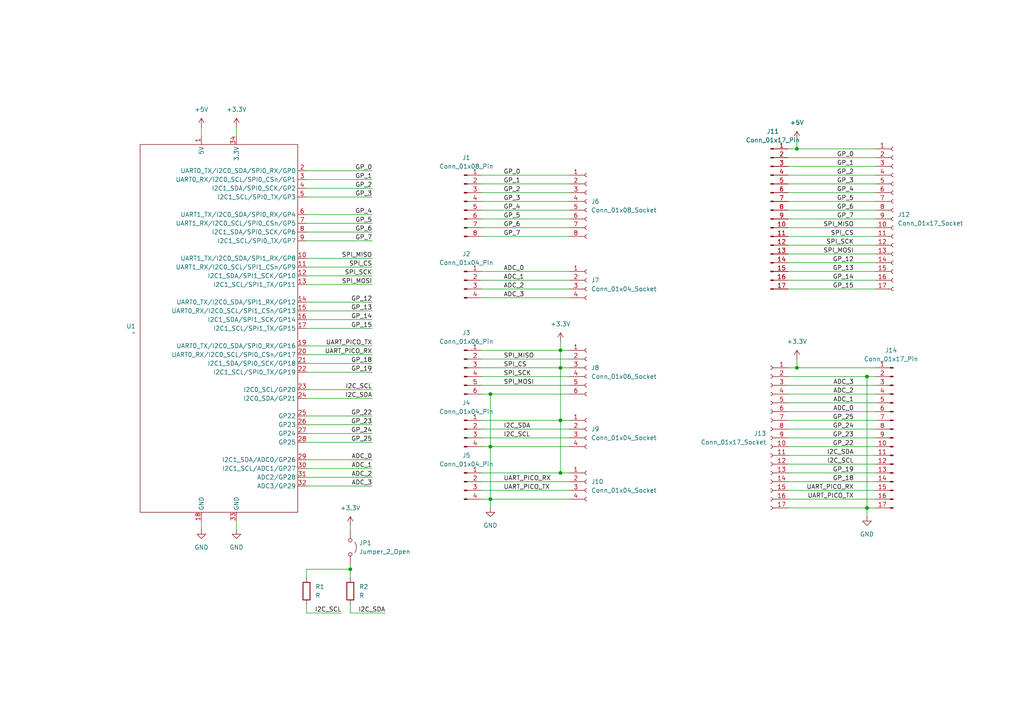
<source format=kicad_sch>
(kicad_sch (version 20231120) (generator "eeschema") (generator_version "8.0")
  (paper "A4")
  (lib_symbols
    (symbol "Connector:Conn_01x04_Pin" (pin_names (offset 1.016) hide)
      (property "Reference" "J" (at 0 5.08 0))
      (property "Value" "Conn_01x04_Pin" (at 0 -7.62 0))
      (symbol "Conn_01x04_Pin_1_1"
        (polyline (pts (xy 1.27 -5.08) (xy 0.8636 -5.08)) (stroke (width 0.1524)))
        (polyline (pts (xy 1.27 -2.54) (xy 0.8636 -2.54)) (stroke (width 0.1524)))
        (polyline (pts (xy 1.27 0) (xy 0.8636 0)) (stroke (width 0.1524)))
        (polyline (pts (xy 1.27 2.54) (xy 0.8636 2.54)) (stroke (width 0.1524)))
        (rectangle (start 0.8636 -4.953) (end 0 -5.207) (stroke (width 0.1524)) (fill (type outline)))
        (rectangle (start 0.8636 -2.413) (end 0 -2.667) (stroke (width 0.1524)) (fill (type outline)))
        (rectangle (start 0.8636 0.127) (end 0 -0.127) (stroke (width 0.1524)) (fill (type outline)))
        (rectangle (start 0.8636 2.667) (end 0 2.413) (stroke (width 0.1524)) (fill (type outline)))
        (pin passive line (at 5.08 2.54 180) (length 3.81) (name "Pin_1") (number "1"))
        (pin passive line (at 5.08 0 180) (length 3.81) (name "Pin_2") (number "2"))
        (pin passive line (at 5.08 -2.54 180) (length 3.81) (name "Pin_3") (number "3"))
        (pin passive line (at 5.08 -5.08 180) (length 3.81) (name "Pin_4") (number "4"))
      )
    )
    (symbol "Connector:Conn_01x04_Socket" (pin_names (offset 1.016) hide)
      (property "Reference" "J" (at 0 5.08 0))
      (property "Value" "Conn_01x04_Socket" (at 0 -7.62 0))
      (symbol "Conn_01x04_Socket_1_1"
        (arc (start 0 -4.572) (mid -0.5058 -5.08) (end 0 -5.588) (stroke (width 0.1524)))
        (arc (start 0 -2.032) (mid -0.5058 -2.54) (end 0 -3.048) (stroke (width 0.1524)))
        (polyline (pts (xy -1.27 -5.08) (xy -0.508 -5.08)) (stroke (width 0.1524)))
        (polyline (pts (xy -1.27 -2.54) (xy -0.508 -2.54)) (stroke (width 0.1524)))
        (polyline (pts (xy -1.27 0) (xy -0.508 0)) (stroke (width 0.1524)))
        (polyline (pts (xy -1.27 2.54) (xy -0.508 2.54)) (stroke (width 0.1524)))
        (arc (start 0 0.508) (mid -0.5058 0) (end 0 -0.508) (stroke (width 0.1524)))
        (arc (start 0 3.048) (mid -0.5058 2.54) (end 0 2.032) (stroke (width 0.1524)))
        (pin passive line (at -5.08 2.54 0) (length 3.81) (name "Pin_1") (number "1"))
        (pin passive line (at -5.08 0 0) (length 3.81) (name "Pin_2") (number "2"))
        (pin passive line (at -5.08 -2.54 0) (length 3.81) (name "Pin_3") (number "3"))
        (pin passive line (at -5.08 -5.08 0) (length 3.81) (name "Pin_4") (number "4"))
      )
    )
    (symbol "Connector:Conn_01x06_Pin" (pin_names (offset 1.016) hide)
      (property "Reference" "J" (at 0 7.62 0))
      (property "Value" "Conn_01x06_Pin" (at 0 -10.16 0))
      (symbol "Conn_01x06_Pin_1_1"
        (polyline (pts (xy 1.27 -7.62) (xy 0.8636 -7.62)) (stroke (width 0.1524)))
        (polyline (pts (xy 1.27 -5.08) (xy 0.8636 -5.08)) (stroke (width 0.1524)))
        (polyline (pts (xy 1.27 -2.54) (xy 0.8636 -2.54)) (stroke (width 0.1524)))
        (polyline (pts (xy 1.27 0) (xy 0.8636 0)) (stroke (width 0.1524)))
        (polyline (pts (xy 1.27 2.54) (xy 0.8636 2.54)) (stroke (width 0.1524)))
        (polyline (pts (xy 1.27 5.08) (xy 0.8636 5.08)) (stroke (width 0.1524)))
        (rectangle (start 0.8636 -7.493) (end 0 -7.747) (stroke (width 0.1524)) (fill (type outline)))
        (rectangle (start 0.8636 -4.953) (end 0 -5.207) (stroke (width 0.1524)) (fill (type outline)))
        (rectangle (start 0.8636 -2.413) (end 0 -2.667) (stroke (width 0.1524)) (fill (type outline)))
        (rectangle (start 0.8636 0.127) (end 0 -0.127) (stroke (width 0.1524)) (fill (type outline)))
        (rectangle (start 0.8636 2.667) (end 0 2.413) (stroke (width 0.1524)) (fill (type outline)))
        (rectangle (start 0.8636 5.207) (end 0 4.953) (stroke (width 0.1524)) (fill (type outline)))
        (pin passive line (at 5.08 5.08 180) (length 3.81) (name "Pin_1") (number "1"))
        (pin passive line (at 5.08 2.54 180) (length 3.81) (name "Pin_2") (number "2"))
        (pin passive line (at 5.08 0 180) (length 3.81) (name "Pin_3") (number "3"))
        (pin passive line (at 5.08 -2.54 180) (length 3.81) (name "Pin_4") (number "4"))
        (pin passive line (at 5.08 -5.08 180) (length 3.81) (name "Pin_5") (number "5"))
        (pin passive line (at 5.08 -7.62 180) (length 3.81) (name "Pin_6") (number "6"))
      )
    )
    (symbol "Connector:Conn_01x06_Socket" (pin_names (offset 1.016) hide)
      (property "Reference" "J" (at 0 7.62 0))
      (property "Value" "Conn_01x06_Socket" (at 0 -10.16 0))
      (symbol "Conn_01x06_Socket_1_1"
        (arc (start 0 -7.112) (mid -0.5058 -7.62) (end 0 -8.128) (stroke (width 0.1524)))
        (arc (start 0 -4.572) (mid -0.5058 -5.08) (end 0 -5.588) (stroke (width 0.1524)))
        (arc (start 0 -2.032) (mid -0.5058 -2.54) (end 0 -3.048) (stroke (width 0.1524)))
        (polyline (pts (xy -1.27 -7.62) (xy -0.508 -7.62)) (stroke (width 0.1524)))
        (polyline (pts (xy -1.27 -5.08) (xy -0.508 -5.08)) (stroke (width 0.1524)))
        (polyline (pts (xy -1.27 -2.54) (xy -0.508 -2.54)) (stroke (width 0.1524)))
        (polyline (pts (xy -1.27 0) (xy -0.508 0)) (stroke (width 0.1524)))
        (polyline (pts (xy -1.27 2.54) (xy -0.508 2.54)) (stroke (width 0.1524)))
        (polyline (pts (xy -1.27 5.08) (xy -0.508 5.08)) (stroke (width 0.1524)))
        (arc (start 0 0.508) (mid -0.5058 0) (end 0 -0.508) (stroke (width 0.1524)))
        (arc (start 0 3.048) (mid -0.5058 2.54) (end 0 2.032) (stroke (width 0.1524)))
        (arc (start 0 5.588) (mid -0.5058 5.08) (end 0 4.572) (stroke (width 0.1524)))
        (pin passive line (at -5.08 5.08 0) (length 3.81) (name "Pin_1") (number "1"))
        (pin passive line (at -5.08 2.54 0) (length 3.81) (name "Pin_2") (number "2"))
        (pin passive line (at -5.08 0 0) (length 3.81) (name "Pin_3") (number "3"))
        (pin passive line (at -5.08 -2.54 0) (length 3.81) (name "Pin_4") (number "4"))
        (pin passive line (at -5.08 -5.08 0) (length 3.81) (name "Pin_5") (number "5"))
        (pin passive line (at -5.08 -7.62 0) (length 3.81) (name "Pin_6") (number "6"))
      )
    )
    (symbol "Connector:Conn_01x08_Pin" (pin_names (offset 1.016) hide)
      (property "Reference" "J" (at 0 10.16 0))
      (property "Value" "Conn_01x08_Pin" (at 0 -12.7 0))
      (symbol "Conn_01x08_Pin_1_1"
        (polyline (pts (xy 1.27 -10.16) (xy 0.8636 -10.16)) (stroke (width 0.1524)))
        (polyline (pts (xy 1.27 -7.62) (xy 0.8636 -7.62)) (stroke (width 0.1524)))
        (polyline (pts (xy 1.27 -5.08) (xy 0.8636 -5.08)) (stroke (width 0.1524)))
        (polyline (pts (xy 1.27 -2.54) (xy 0.8636 -2.54)) (stroke (width 0.1524)))
        (polyline (pts (xy 1.27 0) (xy 0.8636 0)) (stroke (width 0.1524)))
        (polyline (pts (xy 1.27 2.54) (xy 0.8636 2.54)) (stroke (width 0.1524)))
        (polyline (pts (xy 1.27 5.08) (xy 0.8636 5.08)) (stroke (width 0.1524)))
        (polyline (pts (xy 1.27 7.62) (xy 0.8636 7.62)) (stroke (width 0.1524)))
        (rectangle (start 0.8636 -10.033) (end 0 -10.287) (stroke (width 0.1524)) (fill (type outline)))
        (rectangle (start 0.8636 -7.493) (end 0 -7.747) (stroke (width 0.1524)) (fill (type outline)))
        (rectangle (start 0.8636 -4.953) (end 0 -5.207) (stroke (width 0.1524)) (fill (type outline)))
        (rectangle (start 0.8636 -2.413) (end 0 -2.667) (stroke (width 0.1524)) (fill (type outline)))
        (rectangle (start 0.8636 0.127) (end 0 -0.127) (stroke (width 0.1524)) (fill (type outline)))
        (rectangle (start 0.8636 2.667) (end 0 2.413) (stroke (width 0.1524)) (fill (type outline)))
        (rectangle (start 0.8636 5.207) (end 0 4.953) (stroke (width 0.1524)) (fill (type outline)))
        (rectangle (start 0.8636 7.747) (end 0 7.493) (stroke (width 0.1524)) (fill (type outline)))
        (pin passive line (at 5.08 7.62 180) (length 3.81) (name "Pin_1") (number "1"))
        (pin passive line (at 5.08 5.08 180) (length 3.81) (name "Pin_2") (number "2"))
        (pin passive line (at 5.08 2.54 180) (length 3.81) (name "Pin_3") (number "3"))
        (pin passive line (at 5.08 0 180) (length 3.81) (name "Pin_4") (number "4"))
        (pin passive line (at 5.08 -2.54 180) (length 3.81) (name "Pin_5") (number "5"))
        (pin passive line (at 5.08 -5.08 180) (length 3.81) (name "Pin_6") (number "6"))
        (pin passive line (at 5.08 -7.62 180) (length 3.81) (name "Pin_7") (number "7"))
        (pin passive line (at 5.08 -10.16 180) (length 3.81) (name "Pin_8") (number "8"))
      )
    )
    (symbol "Connector:Conn_01x08_Socket" (pin_names (offset 1.016) hide)
      (property "Reference" "J" (at 0 10.16 0))
      (property "Value" "Conn_01x08_Socket" (at 0 -12.7 0))
      (symbol "Conn_01x08_Socket_1_1"
        (arc (start 0 -9.652) (mid -0.5058 -10.16) (end 0 -10.668) (stroke (width 0.1524)))
        (arc (start 0 -7.112) (mid -0.5058 -7.62) (end 0 -8.128) (stroke (width 0.1524)))
        (arc (start 0 -4.572) (mid -0.5058 -5.08) (end 0 -5.588) (stroke (width 0.1524)))
        (arc (start 0 -2.032) (mid -0.5058 -2.54) (end 0 -3.048) (stroke (width 0.1524)))
        (polyline (pts (xy -1.27 -10.16) (xy -0.508 -10.16)) (stroke (width 0.1524)))
        (polyline (pts (xy -1.27 -7.62) (xy -0.508 -7.62)) (stroke (width 0.1524)))
        (polyline (pts (xy -1.27 -5.08) (xy -0.508 -5.08)) (stroke (width 0.1524)))
        (polyline (pts (xy -1.27 -2.54) (xy -0.508 -2.54)) (stroke (width 0.1524)))
        (polyline (pts (xy -1.27 0) (xy -0.508 0)) (stroke (width 0.1524)))
        (polyline (pts (xy -1.27 2.54) (xy -0.508 2.54)) (stroke (width 0.1524)))
        (polyline (pts (xy -1.27 5.08) (xy -0.508 5.08)) (stroke (width 0.1524)))
        (polyline (pts (xy -1.27 7.62) (xy -0.508 7.62)) (stroke (width 0.1524)))
        (arc (start 0 0.508) (mid -0.5058 0) (end 0 -0.508) (stroke (width 0.1524)))
        (arc (start 0 3.048) (mid -0.5058 2.54) (end 0 2.032) (stroke (width 0.1524)))
        (arc (start 0 5.588) (mid -0.5058 5.08) (end 0 4.572) (stroke (width 0.1524)))
        (arc (start 0 8.128) (mid -0.5058 7.62) (end 0 7.112) (stroke (width 0.1524)))
        (pin passive line (at -5.08 7.62 0) (length 3.81) (name "Pin_1") (number "1"))
        (pin passive line (at -5.08 5.08 0) (length 3.81) (name "Pin_2") (number "2"))
        (pin passive line (at -5.08 2.54 0) (length 3.81) (name "Pin_3") (number "3"))
        (pin passive line (at -5.08 0 0) (length 3.81) (name "Pin_4") (number "4"))
        (pin passive line (at -5.08 -2.54 0) (length 3.81) (name "Pin_5") (number "5"))
        (pin passive line (at -5.08 -5.08 0) (length 3.81) (name "Pin_6") (number "6"))
        (pin passive line (at -5.08 -7.62 0) (length 3.81) (name "Pin_7") (number "7"))
        (pin passive line (at -5.08 -10.16 0) (length 3.81) (name "Pin_8") (number "8"))
      )
    )
    (symbol "Connector:Conn_01x17_Pin" (pin_names (offset 1.016) hide)
      (property "Reference" "J" (at 0 22.86 0))
      (property "Value" "Conn_01x17_Pin" (at 0 -22.86 0))
      (symbol "Conn_01x17_Pin_1_1"
        (polyline (pts (xy 1.27 -20.32) (xy 0.8636 -20.32)) (stroke (width 0.1524)))
        (polyline (pts (xy 1.27 -17.78) (xy 0.8636 -17.78)) (stroke (width 0.1524)))
        (polyline (pts (xy 1.27 -15.24) (xy 0.8636 -15.24)) (stroke (width 0.1524)))
        (polyline (pts (xy 1.27 -12.7) (xy 0.8636 -12.7)) (stroke (width 0.1524)))
        (polyline (pts (xy 1.27 -10.16) (xy 0.8636 -10.16)) (stroke (width 0.1524)))
        (polyline (pts (xy 1.27 -7.62) (xy 0.8636 -7.62)) (stroke (width 0.1524)))
        (polyline (pts (xy 1.27 -5.08) (xy 0.8636 -5.08)) (stroke (width 0.1524)))
        (polyline (pts (xy 1.27 -2.54) (xy 0.8636 -2.54)) (stroke (width 0.1524)))
        (polyline (pts (xy 1.27 0) (xy 0.8636 0)) (stroke (width 0.1524)))
        (polyline (pts (xy 1.27 2.54) (xy 0.8636 2.54)) (stroke (width 0.1524)))
        (polyline (pts (xy 1.27 5.08) (xy 0.8636 5.08)) (stroke (width 0.1524)))
        (polyline (pts (xy 1.27 7.62) (xy 0.8636 7.62)) (stroke (width 0.1524)))
        (polyline (pts (xy 1.27 10.16) (xy 0.8636 10.16)) (stroke (width 0.1524)))
        (polyline (pts (xy 1.27 12.7) (xy 0.8636 12.7)) (stroke (width 0.1524)))
        (polyline (pts (xy 1.27 15.24) (xy 0.8636 15.24)) (stroke (width 0.1524)))
        (polyline (pts (xy 1.27 17.78) (xy 0.8636 17.78)) (stroke (width 0.1524)))
        (polyline (pts (xy 1.27 20.32) (xy 0.8636 20.32)) (stroke (width 0.1524)))
        (rectangle (start 0.8636 -20.193) (end 0 -20.447) (stroke (width 0.1524)) (fill (type outline)))
        (rectangle (start 0.8636 -17.653) (end 0 -17.907) (stroke (width 0.1524)) (fill (type outline)))
        (rectangle (start 0.8636 -15.113) (end 0 -15.367) (stroke (width 0.1524)) (fill (type outline)))
        (rectangle (start 0.8636 -12.573) (end 0 -12.827) (stroke (width 0.1524)) (fill (type outline)))
        (rectangle (start 0.8636 -10.033) (end 0 -10.287) (stroke (width 0.1524)) (fill (type outline)))
        (rectangle (start 0.8636 -7.493) (end 0 -7.747) (stroke (width 0.1524)) (fill (type outline)))
        (rectangle (start 0.8636 -4.953) (end 0 -5.207) (stroke (width 0.1524)) (fill (type outline)))
        (rectangle (start 0.8636 -2.413) (end 0 -2.667) (stroke (width 0.1524)) (fill (type outline)))
        (rectangle (start 0.8636 0.127) (end 0 -0.127) (stroke (width 0.1524)) (fill (type outline)))
        (rectangle (start 0.8636 2.667) (end 0 2.413) (stroke (width 0.1524)) (fill (type outline)))
        (rectangle (start 0.8636 5.207) (end 0 4.953) (stroke (width 0.1524)) (fill (type outline)))
        (rectangle (start 0.8636 7.747) (end 0 7.493) (stroke (width 0.1524)) (fill (type outline)))
        (rectangle (start 0.8636 10.287) (end 0 10.033) (stroke (width 0.1524)) (fill (type outline)))
        (rectangle (start 0.8636 12.827) (end 0 12.573) (stroke (width 0.1524)) (fill (type outline)))
        (rectangle (start 0.8636 15.367) (end 0 15.113) (stroke (width 0.1524)) (fill (type outline)))
        (rectangle (start 0.8636 17.907) (end 0 17.653) (stroke (width 0.1524)) (fill (type outline)))
        (rectangle (start 0.8636 20.447) (end 0 20.193) (stroke (width 0.1524)) (fill (type outline)))
        (pin passive line (at 5.08 20.32 180) (length 3.81) (name "Pin_1") (number "1"))
        (pin passive line (at 5.08 -2.54 180) (length 3.81) (name "Pin_10") (number "10"))
        (pin passive line (at 5.08 -5.08 180) (length 3.81) (name "Pin_11") (number "11"))
        (pin passive line (at 5.08 -7.62 180) (length 3.81) (name "Pin_12") (number "12"))
        (pin passive line (at 5.08 -10.16 180) (length 3.81) (name "Pin_13") (number "13"))
        (pin passive line (at 5.08 -12.7 180) (length 3.81) (name "Pin_14") (number "14"))
        (pin passive line (at 5.08 -15.24 180) (length 3.81) (name "Pin_15") (number "15"))
        (pin passive line (at 5.08 -17.78 180) (length 3.81) (name "Pin_16") (number "16"))
        (pin passive line (at 5.08 -20.32 180) (length 3.81) (name "Pin_17") (number "17"))
        (pin passive line (at 5.08 17.78 180) (length 3.81) (name "Pin_2") (number "2"))
        (pin passive line (at 5.08 15.24 180) (length 3.81) (name "Pin_3") (number "3"))
        (pin passive line (at 5.08 12.7 180) (length 3.81) (name "Pin_4") (number "4"))
        (pin passive line (at 5.08 10.16 180) (length 3.81) (name "Pin_5") (number "5"))
        (pin passive line (at 5.08 7.62 180) (length 3.81) (name "Pin_6") (number "6"))
        (pin passive line (at 5.08 5.08 180) (length 3.81) (name "Pin_7") (number "7"))
        (pin passive line (at 5.08 2.54 180) (length 3.81) (name "Pin_8") (number "8"))
        (pin passive line (at 5.08 0 180) (length 3.81) (name "Pin_9") (number "9"))
      )
    )
    (symbol "Connector:Conn_01x17_Socket" (pin_names (offset 1.016) hide)
      (property "Reference" "J" (at 0 22.86 0))
      (property "Value" "Conn_01x17_Socket" (at 0 -22.86 0))
      (symbol "Conn_01x17_Socket_1_1"
        (arc (start 0 -19.812) (mid -0.5058 -20.32) (end 0 -20.828) (stroke (width 0.1524)))
        (arc (start 0 -17.272) (mid -0.5058 -17.78) (end 0 -18.288) (stroke (width 0.1524)))
        (arc (start 0 -14.732) (mid -0.5058 -15.24) (end 0 -15.748) (stroke (width 0.1524)))
        (arc (start 0 -12.192) (mid -0.5058 -12.7) (end 0 -13.208) (stroke (width 0.1524)))
        (arc (start 0 -9.652) (mid -0.5058 -10.16) (end 0 -10.668) (stroke (width 0.1524)))
        (arc (start 0 -7.112) (mid -0.5058 -7.62) (end 0 -8.128) (stroke (width 0.1524)))
        (arc (start 0 -4.572) (mid -0.5058 -5.08) (end 0 -5.588) (stroke (width 0.1524)))
        (arc (start 0 -2.032) (mid -0.5058 -2.54) (end 0 -3.048) (stroke (width 0.1524)))
        (polyline (pts (xy -1.27 -20.32) (xy -0.508 -20.32)) (stroke (width 0.1524)))
        (polyline (pts (xy -1.27 -17.78) (xy -0.508 -17.78)) (stroke (width 0.1524)))
        (polyline (pts (xy -1.27 -15.24) (xy -0.508 -15.24)) (stroke (width 0.1524)))
        (polyline (pts (xy -1.27 -12.7) (xy -0.508 -12.7)) (stroke (width 0.1524)))
        (polyline (pts (xy -1.27 -10.16) (xy -0.508 -10.16)) (stroke (width 0.1524)))
        (polyline (pts (xy -1.27 -7.62) (xy -0.508 -7.62)) (stroke (width 0.1524)))
        (polyline (pts (xy -1.27 -5.08) (xy -0.508 -5.08)) (stroke (width 0.1524)))
        (polyline (pts (xy -1.27 -2.54) (xy -0.508 -2.54)) (stroke (width 0.1524)))
        (polyline (pts (xy -1.27 0) (xy -0.508 0)) (stroke (width 0.1524)))
        (polyline (pts (xy -1.27 2.54) (xy -0.508 2.54)) (stroke (width 0.1524)))
        (polyline (pts (xy -1.27 5.08) (xy -0.508 5.08)) (stroke (width 0.1524)))
        (polyline (pts (xy -1.27 7.62) (xy -0.508 7.62)) (stroke (width 0.1524)))
        (polyline (pts (xy -1.27 10.16) (xy -0.508 10.16)) (stroke (width 0.1524)))
        (polyline (pts (xy -1.27 12.7) (xy -0.508 12.7)) (stroke (width 0.1524)))
        (polyline (pts (xy -1.27 15.24) (xy -0.508 15.24)) (stroke (width 0.1524)))
        (polyline (pts (xy -1.27 17.78) (xy -0.508 17.78)) (stroke (width 0.1524)))
        (polyline (pts (xy -1.27 20.32) (xy -0.508 20.32)) (stroke (width 0.1524)))
        (arc (start 0 0.508) (mid -0.5058 0) (end 0 -0.508) (stroke (width 0.1524)))
        (arc (start 0 3.048) (mid -0.5058 2.54) (end 0 2.032) (stroke (width 0.1524)))
        (arc (start 0 5.588) (mid -0.5058 5.08) (end 0 4.572) (stroke (width 0.1524)))
        (arc (start 0 8.128) (mid -0.5058 7.62) (end 0 7.112) (stroke (width 0.1524)))
        (arc (start 0 10.668) (mid -0.5058 10.16) (end 0 9.652) (stroke (width 0.1524)))
        (arc (start 0 13.208) (mid -0.5058 12.7) (end 0 12.192) (stroke (width 0.1524)))
        (arc (start 0 15.748) (mid -0.5058 15.24) (end 0 14.732) (stroke (width 0.1524)))
        (arc (start 0 18.288) (mid -0.5058 17.78) (end 0 17.272) (stroke (width 0.1524)))
        (arc (start 0 20.828) (mid -0.5058 20.32) (end 0 19.812) (stroke (width 0.1524)))
        (pin passive line (at -5.08 20.32 0) (length 3.81) (name "Pin_1") (number "1"))
        (pin passive line (at -5.08 -2.54 0) (length 3.81) (name "Pin_10") (number "10"))
        (pin passive line (at -5.08 -5.08 0) (length 3.81) (name "Pin_11") (number "11"))
        (pin passive line (at -5.08 -7.62 0) (length 3.81) (name "Pin_12") (number "12"))
        (pin passive line (at -5.08 -10.16 0) (length 3.81) (name "Pin_13") (number "13"))
        (pin passive line (at -5.08 -12.7 0) (length 3.81) (name "Pin_14") (number "14"))
        (pin passive line (at -5.08 -15.24 0) (length 3.81) (name "Pin_15") (number "15"))
        (pin passive line (at -5.08 -17.78 0) (length 3.81) (name "Pin_16") (number "16"))
        (pin passive line (at -5.08 -20.32 0) (length 3.81) (name "Pin_17") (number "17"))
        (pin passive line (at -5.08 17.78 0) (length 3.81) (name "Pin_2") (number "2"))
        (pin passive line (at -5.08 15.24 0) (length 3.81) (name "Pin_3") (number "3"))
        (pin passive line (at -5.08 12.7 0) (length 3.81) (name "Pin_4") (number "4"))
        (pin passive line (at -5.08 10.16 0) (length 3.81) (name "Pin_5") (number "5"))
        (pin passive line (at -5.08 7.62 0) (length 3.81) (name "Pin_6") (number "6"))
        (pin passive line (at -5.08 5.08 0) (length 3.81) (name "Pin_7") (number "7"))
        (pin passive line (at -5.08 2.54 0) (length 3.81) (name "Pin_8") (number "8"))
        (pin passive line (at -5.08 0 0) (length 3.81) (name "Pin_9") (number "9"))
      )
    )
    (symbol "Device:R" (pin_numbers hide) (pin_names (offset 0))
      (property "Reference" "R" (at 2.032 0 90))
      (property "Value" "R" (at 0 0 90))
      (symbol "R_0_1"
        (rectangle (start -1.016 -2.54) (end 1.016 2.54) (stroke (width 0.254)))
      )
      (symbol "R_1_1"
        (pin passive line (at 0 3.81 270) (length 1.27) (name "~") (number "1"))
        (pin passive line (at 0 -3.81 90) (length 1.27) (name "~") (number "2"))
      )
    )
    (symbol "Jumper:Jumper_2_Open" (pin_numbers hide) (pin_names (offset 0) hide) (exclude_from_sim yes)
      (property "Reference" "JP" (at 0 2.794 0))
      (property "Value" "Jumper_2_Open" (at 0 -2.286 0))
      (symbol "Jumper_2_Open_0_0"
        (circle (center -2.032 0) (radius 0.508))
        (circle (center 2.032 0) (radius 0.508))
      )
      (symbol "Jumper_2_Open_0_1"
        (arc (start 1.524 1.27) (mid 0 1.778) (end -1.524 1.27))
      )
      (symbol "Jumper_2_Open_1_1"
        (pin passive line (at -5.08 0 0) (length 2.54) (name "A") (number "1"))
        (pin passive line (at 5.08 0 180) (length 2.54) (name "B") (number "2"))
      )
    )
    (symbol "components:AE-RP2040"
      (property "Reference" "U" (at 0 55.626 0))
      (symbol "AE-RP2040_0_1"
        (rectangle (start -22.86 53.34) (end 22.86 -53.34))
      )
      (symbol "AE-RP2040_1_1"
        (pin power_in line (at -5.08 55.88 270) (length 2.54) (name "5V") (number "1"))
        (pin bidirectional line (at 25.4 20.32 180) (length 2.54) (name "UART1_TX/I2C0_SDA/SPI1_RX/GP8") (number "10"))
        (pin bidirectional line (at 25.4 17.78 180) (length 2.54) (name "UART1_RX/I2C0_SCL/SPI1_CSn/GP9") (number "11"))
        (pin bidirectional line (at 25.4 15.24 180) (length 2.54) (name "I2C1_SDA/SPI1_SCK/GP10") (number "12"))
        (pin bidirectional line (at 25.4 12.7 180) (length 2.54) (name "I2C1_SCL/SPI1_TX/GP11") (number "13"))
        (pin bidirectional line (at 25.4 7.62 180) (length 2.54) (name "UART0_TX/I2C0_SDA/SPI1_RX/GP12") (number "14"))
        (pin bidirectional line (at 25.4 5.08 180) (length 2.54) (name "UART0_RX/I2C0_SCL/SPI1_CSn/GP13") (number "15"))
        (pin bidirectional line (at 25.4 2.54 180) (length 2.54) (name "I2C1_SDA/SPI1_SCK/GP14") (number "16"))
        (pin bidirectional line (at 25.4 0 180) (length 2.54) (name "I2C1_SCL/SPI1_TX/GP15") (number "17"))
        (pin power_in line (at -5.08 -55.88 90) (length 2.54) (name "GND") (number "18"))
        (pin bidirectional line (at 25.4 -5.08 180) (length 2.54) (name "UART0_TX/I2C0_SDA/SPI0_RX/GP16") (number "19"))
        (pin bidirectional line (at 25.4 45.72 180) (length 2.54) (name "UART0_TX/I2C0_SDA/SPI0_RX/GP0") (number "2"))
        (pin bidirectional line (at 25.4 -7.62 180) (length 2.54) (name "UART0_RX/I2C0_SCL/SPI0_CSn/GP17") (number "20"))
        (pin bidirectional line (at 25.4 -10.16 180) (length 2.54) (name "I2C1_SDA/SPI0_SCK/GP18") (number "21"))
        (pin bidirectional line (at 25.4 -12.7 180) (length 2.54) (name "I2C1_SCL/SPI0_TX/GP19") (number "22"))
        (pin bidirectional line (at 25.4 -17.78 180) (length 2.54) (name "I2C0_SCL/GP20") (number "23"))
        (pin bidirectional line (at 25.4 -20.32 180) (length 2.54) (name "I2C0_SDA/GP21") (number "24"))
        (pin bidirectional line (at 25.4 -25.4 180) (length 2.54) (name "GP22") (number "25"))
        (pin bidirectional line (at 25.4 -27.94 180) (length 2.54) (name "GP23") (number "26"))
        (pin bidirectional line (at 25.4 -30.48 180) (length 2.54) (name "GP24") (number "27"))
        (pin bidirectional line (at 25.4 -33.02 180) (length 2.54) (name "GP25") (number "28"))
        (pin bidirectional line (at 25.4 -38.1 180) (length 2.54) (name "I2C1_SDA/ADC0/GP26") (number "29"))
        (pin bidirectional line (at 25.4 43.18 180) (length 2.54) (name "UART0_RX/I2C0_SCL/SPI0_CSn/GP1") (number "3"))
        (pin bidirectional line (at 25.4 -40.64 180) (length 2.54) (name "I2C1_SCL/ADC1/GP27") (number "30"))
        (pin bidirectional line (at 25.4 -43.18 180) (length 2.54) (name "ADC2/GP28") (number "31"))
        (pin bidirectional line (at 25.4 -45.72 180) (length 2.54) (name "ADC3/GP29") (number "32"))
        (pin power_in line (at 5.08 -55.88 90) (length 2.54) (name "GND") (number "33"))
        (pin power_out line (at 5.08 55.88 270) (length 2.54) (name "3.3V") (number "34"))
        (pin bidirectional line (at 25.4 40.64 180) (length 2.54) (name "I2C1_SDA/SPI0_SCK/GP2") (number "4"))
        (pin bidirectional line (at 25.4 38.1 180) (length 2.54) (name "I2C1_SCL/SPI0_TX/GP3") (number "5"))
        (pin bidirectional line (at 25.4 33.02 180) (length 2.54) (name "UART1_TX/I2C0_SDA/SPI0_RX/GP4") (number "6"))
        (pin bidirectional line (at 25.4 30.48 180) (length 2.54) (name "UART1_RX/I2C0_SCL/SPI0_CSn/GP5") (number "7"))
        (pin bidirectional line (at 25.4 27.94 180) (length 2.54) (name "I2C1_SDA/SPI0_SCK/GP6") (number "8"))
        (pin bidirectional line (at 25.4 25.4 180) (length 2.54) (name "I2C1_SCL/SPI0_TX/GP7") (number "9"))
      )
    )
    (symbol "power:+3.3V" (power) (pin_numbers hide) (pin_names (offset 0) hide)
      (property "Value" "+3.3V" (at 0 3.556 0))
      (symbol "+3.3V_0_1"
        (polyline (pts (xy -0.762 1.27) (xy 0 2.54)))
        (polyline (pts (xy 0 0) (xy 0 2.54)))
        (polyline (pts (xy 0 2.54) (xy 0.762 1.27)))
      )
      (symbol "+3.3V_1_1"
        (pin power_in line (at 0 0 90) (length 0) (name "~") (number "1"))
      )
    )
    (symbol "power:+5V" (power) (pin_numbers hide) (pin_names (offset 0) hide)
      (property "Value" "+5V" (at 0 3.556 0))
      (symbol "+5V_0_1"
        (polyline (pts (xy -0.762 1.27) (xy 0 2.54)))
        (polyline (pts (xy 0 0) (xy 0 2.54)))
        (polyline (pts (xy 0 2.54) (xy 0.762 1.27)))
      )
      (symbol "+5V_1_1"
        (pin power_in line (at 0 0 90) (length 0) (name "~") (number "1"))
      )
    )
    (symbol "power:GND" (power) (pin_numbers hide) (pin_names (offset 0) hide)
      (property "Value" "GND" (at 0 -3.81 0))
      (symbol "GND_0_1"
        (polyline (pts (xy 0 0) (xy 0 -1.27) (xy 1.27 -1.27) (xy 0 -2.54) (xy -1.27 -1.27) (xy 0 -1.27)))
      )
      (symbol "GND_1_1"
        (pin power_in line (at 0 0 270) (length 0) (name "~") (number "1"))
      )
    )
  )
  (junction (at 251.46 109.22))
  (junction (at 231.14 43.18))
  (junction (at 101.6 165.1))
  (junction (at 142.24 114.3))
  (junction (at 162.56 121.92))
  (junction (at 142.24 129.54))
  (junction (at 162.56 106.68))
  (junction (at 231.14 106.68))
  (junction (at 162.56 137.16))
  (junction (at 251.46 147.32))
  (junction (at 142.24 144.78))
  (junction (at 162.56 101.6))
  (wire (pts (xy 139.7 68.58) (xy 165.1 68.58)))
  (wire (pts (xy 88.9 95.25) (xy 107.95 95.25)))
  (wire (pts (xy 228.6 147.32) (xy 251.46 147.32)))
  (wire (pts (xy 101.6 175.26) (xy 101.6 177.8)))
  (wire (pts (xy 228.6 48.26) (xy 254 48.26)))
  (wire (pts (xy 162.56 106.68) (xy 165.1 106.68)))
  (wire (pts (xy 162.56 121.92) (xy 165.1 121.92)))
  (wire (pts (xy 228.6 127) (xy 254 127)))
  (wire (pts (xy 101.6 177.8) (xy 111.76 177.8)))
  (wire (pts (xy 88.9 54.61) (xy 107.95 54.61)))
  (wire (pts (xy 88.9 138.43) (xy 107.95 138.43)))
  (wire (pts (xy 251.46 109.22) (xy 251.46 147.32)))
  (wire (pts (xy 139.7 142.24) (xy 165.1 142.24)))
  (wire (pts (xy 139.7 50.8) (xy 165.1 50.8)))
  (wire (pts (xy 162.56 137.16) (xy 165.1 137.16)))
  (wire (pts (xy 228.6 81.28) (xy 254 81.28)))
  (wire (pts (xy 88.9 140.97) (xy 107.95 140.97)))
  (wire (pts (xy 139.7 78.74) (xy 165.1 78.74)))
  (wire (pts (xy 88.9 49.53) (xy 107.95 49.53)))
  (wire (pts (xy 254 109.22) (xy 251.46 109.22)))
  (wire (pts (xy 231.14 40.64) (xy 231.14 43.18)))
  (wire (pts (xy 88.9 105.41) (xy 107.95 105.41)))
  (wire (pts (xy 88.9 82.55) (xy 107.95 82.55)))
  (wire (pts (xy 251.46 149.86) (xy 251.46 147.32)))
  (wire (pts (xy 139.7 60.96) (xy 165.1 60.96)))
  (wire (pts (xy 231.14 43.18) (xy 228.6 43.18)))
  (wire (pts (xy 139.7 63.5) (xy 165.1 63.5)))
  (wire (pts (xy 88.9 62.23) (xy 107.95 62.23)))
  (wire (pts (xy 88.9 175.26) (xy 88.9 177.8)))
  (wire (pts (xy 251.46 109.22) (xy 228.6 109.22)))
  (wire (pts (xy 228.6 78.74) (xy 254 78.74)))
  (wire (pts (xy 228.6 73.66) (xy 254 73.66)))
  (wire (pts (xy 139.7 111.76) (xy 165.1 111.76)))
  (wire (pts (xy 228.6 119.38) (xy 254 119.38)))
  (wire (pts (xy 68.58 36.83) (xy 68.58 39.37)))
  (wire (pts (xy 88.9 177.8) (xy 99.06 177.8)))
  (wire (pts (xy 88.9 125.73) (xy 107.95 125.73)))
  (wire (pts (xy 162.56 101.6) (xy 162.56 106.68)))
  (wire (pts (xy 88.9 80.01) (xy 107.95 80.01)))
  (wire (pts (xy 228.6 116.84) (xy 254 116.84)))
  (wire (pts (xy 88.9 90.17) (xy 107.95 90.17)))
  (wire (pts (xy 228.6 124.46) (xy 254 124.46)))
  (wire (pts (xy 254 147.32) (xy 251.46 147.32)))
  (wire (pts (xy 162.56 121.92) (xy 162.56 137.16)))
  (wire (pts (xy 58.42 36.83) (xy 58.42 39.37)))
  (wire (pts (xy 228.6 83.82) (xy 254 83.82)))
  (wire (pts (xy 88.9 120.65) (xy 107.95 120.65)))
  (wire (pts (xy 88.9 77.47) (xy 107.95 77.47)))
  (wire (pts (xy 139.7 104.14) (xy 165.1 104.14)))
  (wire (pts (xy 139.7 66.04) (xy 165.1 66.04)))
  (wire (pts (xy 228.6 114.3) (xy 254 114.3)))
  (wire (pts (xy 228.6 76.2) (xy 254 76.2)))
  (wire (pts (xy 228.6 68.58) (xy 254 68.58)))
  (wire (pts (xy 139.7 139.7) (xy 165.1 139.7)))
  (wire (pts (xy 88.9 165.1) (xy 101.6 165.1)))
  (wire (pts (xy 254 106.68) (xy 231.14 106.68)))
  (wire (pts (xy 228.6 137.16) (xy 254 137.16)))
  (wire (pts (xy 88.9 165.1) (xy 88.9 167.64)))
  (wire (pts (xy 139.7 58.42) (xy 165.1 58.42)))
  (wire (pts (xy 231.14 104.14) (xy 231.14 106.68)))
  (wire (pts (xy 231.14 43.18) (xy 254 43.18)))
  (wire (pts (xy 228.6 111.76) (xy 254 111.76)))
  (wire (pts (xy 162.56 101.6) (xy 165.1 101.6)))
  (wire (pts (xy 228.6 66.04) (xy 254 66.04)))
  (wire (pts (xy 228.6 71.12) (xy 254 71.12)))
  (wire (pts (xy 58.42 151.13) (xy 58.42 153.67)))
  (wire (pts (xy 139.7 101.6) (xy 162.56 101.6)))
  (wire (pts (xy 101.6 152.4) (xy 101.6 153.67)))
  (wire (pts (xy 139.7 144.78) (xy 142.24 144.78)))
  (wire (pts (xy 228.6 142.24) (xy 254 142.24)))
  (wire (pts (xy 142.24 129.54) (xy 142.24 144.78)))
  (wire (pts (xy 162.56 106.68) (xy 162.56 121.92)))
  (wire (pts (xy 88.9 67.31) (xy 107.95 67.31)))
  (wire (pts (xy 88.9 135.89) (xy 107.95 135.89)))
  (wire (pts (xy 228.6 53.34) (xy 254 53.34)))
  (wire (pts (xy 88.9 57.15) (xy 107.95 57.15)))
  (wire (pts (xy 88.9 52.07) (xy 107.95 52.07)))
  (wire (pts (xy 88.9 100.33) (xy 107.95 100.33)))
  (wire (pts (xy 142.24 114.3) (xy 165.1 114.3)))
  (wire (pts (xy 139.7 124.46) (xy 165.1 124.46)))
  (wire (pts (xy 139.7 114.3) (xy 142.24 114.3)))
  (wire (pts (xy 139.7 83.82) (xy 165.1 83.82)))
  (wire (pts (xy 228.6 129.54) (xy 254 129.54)))
  (wire (pts (xy 88.9 69.85) (xy 107.95 69.85)))
  (wire (pts (xy 88.9 102.87) (xy 107.95 102.87)))
  (wire (pts (xy 142.24 129.54) (xy 165.1 129.54)))
  (wire (pts (xy 228.6 139.7) (xy 254 139.7)))
  (wire (pts (xy 139.7 137.16) (xy 162.56 137.16)))
  (wire (pts (xy 139.7 53.34) (xy 165.1 53.34)))
  (wire (pts (xy 101.6 165.1) (xy 101.6 167.64)))
  (wire (pts (xy 68.58 151.13) (xy 68.58 153.67)))
  (wire (pts (xy 228.6 121.92) (xy 254 121.92)))
  (wire (pts (xy 101.6 163.83) (xy 101.6 165.1)))
  (wire (pts (xy 228.6 60.96) (xy 254 60.96)))
  (wire (pts (xy 139.7 127) (xy 165.1 127)))
  (wire (pts (xy 88.9 92.71) (xy 107.95 92.71)))
  (wire (pts (xy 139.7 109.22) (xy 165.1 109.22)))
  (wire (pts (xy 139.7 121.92) (xy 162.56 121.92)))
  (wire (pts (xy 139.7 86.36) (xy 165.1 86.36)))
  (wire (pts (xy 139.7 106.68) (xy 162.56 106.68)))
  (wire (pts (xy 228.6 132.08) (xy 254 132.08)))
  (wire (pts (xy 88.9 123.19) (xy 107.95 123.19)))
  (wire (pts (xy 139.7 81.28) (xy 165.1 81.28)))
  (wire (pts (xy 88.9 113.03) (xy 107.95 113.03)))
  (wire (pts (xy 228.6 134.62) (xy 254 134.62)))
  (wire (pts (xy 142.24 144.78) (xy 165.1 144.78)))
  (wire (pts (xy 88.9 115.57) (xy 107.95 115.57)))
  (wire (pts (xy 228.6 50.8) (xy 254 50.8)))
  (wire (pts (xy 162.56 99.06) (xy 162.56 101.6)))
  (wire (pts (xy 228.6 63.5) (xy 254 63.5)))
  (wire (pts (xy 231.14 106.68) (xy 228.6 106.68)))
  (wire (pts (xy 228.6 45.72) (xy 254 45.72)))
  (wire (pts (xy 88.9 74.93) (xy 107.95 74.93)))
  (wire (pts (xy 88.9 87.63) (xy 107.95 87.63)))
  (wire (pts (xy 142.24 114.3) (xy 142.24 129.54)))
  (wire (pts (xy 228.6 55.88) (xy 254 55.88)))
  (wire (pts (xy 228.6 58.42) (xy 254 58.42)))
  (wire (pts (xy 88.9 107.95) (xy 107.95 107.95)))
  (wire (pts (xy 139.7 55.88) (xy 165.1 55.88)))
  (wire (pts (xy 139.7 129.54) (xy 142.24 129.54)))
  (wire (pts (xy 88.9 133.35) (xy 107.95 133.35)))
  (wire (pts (xy 228.6 144.78) (xy 254 144.78)))
  (wire (pts (xy 142.24 144.78) (xy 142.24 147.32)))
  (wire (pts (xy 88.9 64.77) (xy 107.95 64.77)))
  (wire (pts (xy 88.9 128.27) (xy 107.95 128.27)))
  (label "GP_18" (at 247.65 139.7 180))
  (label "GP_2" (at 247.65 50.8 180))
  (label "ADC_3" (at 247.65 111.76 180))
  (label "GP_24" (at 247.65 124.46 180))
  (label "GP_3" (at 107.95 57.15 180))
  (label "GP_24" (at 107.95 125.73 180))
  (label "UART_PICO_TX" (at 247.65 144.78 180))
  (label "SPI_MISO" (at 107.95 74.93 180))
  (label "GP_1" (at 247.65 48.26 180))
  (label "GP_25" (at 247.65 121.92 180))
  (label "UART_PICO_RX" (at 247.65 142.24 180))
  (label "GP_13" (at 107.95 90.17 180))
  (label "GP_22" (at 247.65 129.54 180))
  (label "SPI_CS" (at 107.95 77.47 180))
  (label "GP_23" (at 107.95 123.19 180))
  (label "I2C_SDA" (at 247.65 132.08 180))
  (label "GP_12" (at 107.95 87.63 180))
  (label "GP_4" (at 107.95 62.23 180))
  (label "GP_15" (at 107.95 95.25 180))
  (label "ADC_2" (at 107.95 138.43 180))
  (label "GP_7" (at 247.65 63.5 180))
  (label "GP_5" (at 146.05 63.5 0))
  (label "GP_7" (at 107.95 69.85 180))
  (label "SPI_MISO" (at 146.05 104.14 0))
  (label "I2C_SDA" (at 146.05 124.46 0))
  (label "I2C_SCL" (at 247.65 134.62 180))
  (label "SPI_MOSI" (at 107.95 82.55 180))
  (label "ADC_0" (at 247.65 119.38 180))
  (label "GP_14" (at 107.95 92.71 180))
  (label "GP_22" (at 107.95 120.65 180))
  (label "GP_6" (at 247.65 60.96 180))
  (label "GP_15" (at 247.65 83.82 180))
  (label "SPI_SCK" (at 107.95 80.01 180))
  (label "SPI_MOSI" (at 247.65 73.66 180))
  (label "GP_6" (at 146.05 66.04 0))
  (label "SPI_MISO" (at 247.65 66.04 180))
  (label "ADC_1" (at 146.05 81.28 0))
  (label "UART_PICO_TX" (at 146.05 142.24 0))
  (label "GP_0" (at 107.95 49.53 180))
  (label "GP_0" (at 146.05 50.8 0))
  (label "GP_25" (at 107.95 128.27 180))
  (label "GP_7" (at 146.05 68.58 0))
  (label "GP_5" (at 247.65 58.42 180))
  (label "GP_13" (at 247.65 78.74 180))
  (label "ADC_3" (at 146.05 86.36 0))
  (label "GP_2" (at 107.95 54.61 180))
  (label "GP_5" (at 107.95 64.77 180))
  (label "GP_6" (at 107.95 67.31 180))
  (label "GP_1" (at 146.05 53.34 0))
  (label "ADC_3" (at 107.95 140.97 180))
  (label "SPI_SCK" (at 247.65 71.12 180))
  (label "ADC_0" (at 146.05 78.74 0))
  (label "GP_1" (at 107.95 52.07 180))
  (label "ADC_2" (at 146.05 83.82 0))
  (label "I2C_SCL" (at 146.05 127 0))
  (label "SPI_MOSI" (at 146.05 111.76 0))
  (label "GP_18" (at 107.95 105.41 180))
  (label "ADC_1" (at 107.95 135.89 180))
  (label "GP_3" (at 247.65 53.34 180))
  (label "ADC_0" (at 107.95 133.35 180))
  (label "UART_PICO_TX" (at 107.95 100.33 180))
  (label "GP_4" (at 247.65 55.88 180))
  (label "ADC_2" (at 247.65 114.3 180))
  (label "I2C_SCL" (at 107.95 113.03 180))
  (label "I2C_SDA" (at 111.76 177.8 180))
  (label "I2C_SDA" (at 107.95 115.57 180))
  (label "GP_3" (at 146.05 58.42 0))
  (label "GP_0" (at 247.65 45.72 180))
  (label "GP_19" (at 107.95 107.95 180))
  (label "SPI_CS" (at 247.65 68.58 180))
  (label "GP_12" (at 247.65 76.2 180))
  (label "GP_23" (at 247.65 127 180))
  (label "I2C_SCL" (at 99.06 177.8 180))
  (label "GP_4" (at 146.05 60.96 0))
  (label "GP_14" (at 247.65 81.28 180))
  (label "ADC_1" (at 247.65 116.84 180))
  (label "UART_PICO_RX" (at 146.05 139.7 0))
  (label "SPI_SCK" (at 146.05 109.22 0))
  (label "GP_19" (at 247.65 137.16 180))
  (label "GP_2" (at 146.05 55.88 0))
  (label "UART_PICO_RX" (at 107.95 102.87 180))
  (label "SPI_CS" (at 146.05 106.68 0))
  (symbol (lib_id "power:+3.3V") (at 101.6 152.4 0) (unit 1)
    (property "Reference" "#PWR07" (effects (hide yes)))
    (property "Value" "+3.3V" (at 101.6 147.32 0))
    (property "Description" "Power symbol creates a global label with name \"+3.3V\"" (effects (hide yes)))
  )
  (symbol (lib_id "power:GND") (at 58.42 153.67 0) (unit 1)
    (property "Reference" "#PWR02" (effects (hide yes)))
    (property "Value" "GND" (at 58.42 158.75 0))
    (property "Description" "Power symbol creates a global label with name \"GND\" , ground" (effects (hide yes)))
  )
  (symbol (lib_id "power:GND") (at 142.24 147.32 0) (unit 1)
    (property "Reference" "#PWR05" (effects (hide yes)))
    (property "Value" "GND" (at 142.24 152.4 0))
    (property "Description" "Power symbol creates a global label with name \"GND\" , ground" (effects (hide yes)))
  )
  (symbol (lib_id "Connector:Conn_01x04_Socket") (at 170.18 124.46 0) (unit 1)
    (property "Reference" "J9" (at 171.45 124.4599 0) (effects (justify left)))
    (property "Value" "Conn_01x04_Socket" (at 171.45 126.9999 0) (effects (justify left)))
    (property "Footprint" "Connector_PinSocket_2.54mm:PinSocket_1x04_P2.54mm_Vertical" (effects (hide yes)))
    (property "Description" "Generic connector, single row, 01x04, script generated" (effects (hide yes)))
  )
  (symbol (lib_id "Connector:Conn_01x04_Pin") (at 134.62 81.28 0) (unit 1)
    (property "Reference" "J2" (at 135.255 73.66 0))
    (property "Value" "Conn_01x04_Pin" (at 135.255 76.2 0))
    (property "Footprint" "Connector_PinHeader_2.54mm:PinHeader_1x04_P2.54mm_Vertical" (effects (hide yes)))
    (property "Description" "Generic connector, single row, 01x04, script generated" (effects (hide yes)))
  )
  (symbol (lib_id "power:GND") (at 68.58 153.67 0) (unit 1)
    (property "Reference" "#PWR04" (effects (hide yes)))
    (property "Value" "GND" (at 68.58 158.75 0))
    (property "Description" "Power symbol creates a global label with name \"GND\" , ground" (effects (hide yes)))
  )
  (symbol (lib_id "power:+5V") (at 231.14 40.64 0) (unit 1)
    (property "Reference" "#PWR08" (effects (hide yes)))
    (property "Value" "+5V" (at 231.14 35.56 0))
    (property "Description" "Power symbol creates a global label with name \"+5V\"" (effects (hide yes)))
  )
  (symbol (lib_id "power:+3.3V") (at 162.56 99.06 0) (unit 1)
    (property "Reference" "#PWR06" (effects (hide yes)))
    (property "Value" "+3.3V" (at 162.56 93.98 0))
    (property "Description" "Power symbol creates a global label with name \"+3.3V\"" (effects (hide yes)))
  )
  (symbol (lib_id "Device:R") (at 88.9 171.45 0) (unit 1)
    (property "Reference" "R1" (at 91.44 170.1799 0) (effects (justify left)))
    (property "Value" "R" (at 91.44 172.7199 0) (effects (justify left)))
    (property "Footprint" "Resistor_SMD:R_0603_1608Metric" (effects (hide yes)))
    (property "Description" "Resistor" (effects (hide yes)))
  )
  (symbol (lib_id "Connector:Conn_01x04_Pin") (at 134.62 124.46 0) (unit 1)
    (property "Reference" "J4" (at 135.255 116.84 0))
    (property "Value" "Conn_01x04_Pin" (at 135.255 119.38 0))
    (property "Footprint" "Connector_PinHeader_2.54mm:PinHeader_1x04_P2.54mm_Vertical" (effects (hide yes)))
    (property "Description" "Generic connector, single row, 01x04, script generated" (effects (hide yes)))
  )
  (symbol (lib_id "Connector:Conn_01x04_Socket") (at 170.18 81.28 0) (unit 1)
    (property "Reference" "J7" (at 171.45 81.2799 0) (effects (justify left)))
    (property "Value" "Conn_01x04_Socket" (at 171.45 83.8199 0) (effects (justify left)))
    (property "Footprint" "Connector_PinSocket_2.54mm:PinSocket_1x04_P2.54mm_Vertical" (effects (hide yes)))
    (property "Description" "Generic connector, single row, 01x04, script generated" (effects (hide yes)))
  )
  (symbol (lib_id "Connector:Conn_01x17_Socket") (at 259.08 63.5 0) (unit 1)
    (property "Reference" "J12" (at 260.35 62.2299 0) (effects (justify left)))
    (property "Value" "Conn_01x17_Socket" (at 260.35 64.7699 0) (effects (justify left)))
    (property "Footprint" "Connector_PinSocket_2.54mm:PinSocket_1x17_P2.54mm_Vertical" (effects (hide yes)))
    (property "Description" "Generic connector, single row, 01x17, script generated" (effects (hide yes)))
  )
  (symbol (lib_id "Connector:Conn_01x17_Socket") (at 223.52 127 0) (mirror y) (unit 1)
    (property "Reference" "J13" (at 222.25 125.7299 0) (effects (justify left)))
    (property "Value" "Conn_01x17_Socket" (at 222.25 128.2699 0) (effects (justify left)))
    (property "Footprint" "Connector_PinSocket_2.54mm:PinSocket_1x17_P2.54mm_Vertical" (effects (hide yes)))
    (property "Description" "Generic connector, single row, 01x17, script generated" (effects (hide yes)))
  )
  (symbol (lib_id "Connector:Conn_01x06_Socket") (at 170.18 106.68 0) (unit 1)
    (property "Reference" "J8" (at 171.45 106.6799 0) (effects (justify left)))
    (property "Value" "Conn_01x06_Socket" (at 171.45 109.2199 0) (effects (justify left)))
    (property "Footprint" "Connector_PinSocket_2.54mm:PinSocket_1x06_P2.54mm_Vertical" (effects (hide yes)))
    (property "Description" "Generic connector, single row, 01x06, script generated" (effects (hide yes)))
  )
  (symbol (lib_id "power:+3.3V") (at 68.58 36.83 0) (unit 1)
    (property "Reference" "#PWR03" (effects (hide yes)))
    (property "Value" "+3.3V" (at 68.58 31.75 0))
    (property "Description" "Power symbol creates a global label with name \"+3.3V\"" (effects (hide yes)))
  )
  (symbol (lib_id "Connector:Conn_01x04_Socket") (at 170.18 139.7 0) (unit 1)
    (property "Reference" "J10" (at 171.45 139.6999 0) (effects (justify left)))
    (property "Value" "Conn_01x04_Socket" (at 171.45 142.2399 0) (effects (justify left)))
    (property "Footprint" "Connector_PinSocket_2.54mm:PinSocket_1x04_P2.54mm_Vertical" (effects (hide yes)))
    (property "Description" "Generic connector, single row, 01x04, script generated" (effects (hide yes)))
  )
  (symbol (lib_id "Device:R") (at 101.6 171.45 0) (unit 1)
    (property "Reference" "R2" (at 104.14 170.1799 0) (effects (justify left)))
    (property "Value" "R" (at 104.14 172.7199 0) (effects (justify left)))
    (property "Footprint" "Resistor_SMD:R_0603_1608Metric" (effects (hide yes)))
    (property "Description" "Resistor" (effects (hide yes)))
  )
  (symbol (lib_id "power:GND") (at 251.46 149.86 0) (unit 1)
    (property "Reference" "#PWR09" (effects (hide yes)))
    (property "Value" "GND" (at 251.46 154.94 0))
    (property "Description" "Power symbol creates a global label with name \"GND\" , ground" (effects (hide yes)))
  )
  (symbol (lib_id "Connector:Conn_01x08_Pin") (at 134.62 58.42 0) (unit 1)
    (property "Reference" "J1" (at 135.255 45.72 0))
    (property "Value" "Conn_01x08_Pin" (at 135.255 48.26 0))
    (property "Footprint" "Connector_PinHeader_2.54mm:PinHeader_1x08_P2.54mm_Vertical" (effects (hide yes)))
    (property "Description" "Generic connector, single row, 01x08, script generated" (effects (hide yes)))
  )
  (symbol (lib_id "Connector:Conn_01x06_Pin") (at 134.62 106.68 0) (unit 1)
    (property "Reference" "J3" (at 135.255 96.52 0))
    (property "Value" "Conn_01x06_Pin" (at 135.255 99.06 0))
    (property "Footprint" "Connector_PinHeader_2.54mm:PinHeader_1x06_P2.54mm_Vertical" (effects (hide yes)))
    (property "Description" "Generic connector, single row, 01x06, script generated" (effects (hide yes)))
  )
  (symbol (lib_id "components:AE-RP2040") (at 63.5 95.25 0) (unit 1)
    (property "Reference" "U1" (at 39.37 94.6149 0) (effects (justify right)))
    (property "Value" "~" (at 39.37 96.52 0) (effects (justify right)))
    (property "Footprint" "components:AE-RP2040" (effects (hide yes)))
  )
  (symbol (lib_id "Connector:Conn_01x17_Pin") (at 259.08 127 0) (mirror y) (unit 1)
    (property "Reference" "J14" (at 258.445 101.6 0))
    (property "Value" "Conn_01x17_Pin" (at 258.445 104.14 0))
    (property "Footprint" "Connector_PinHeader_2.54mm:PinHeader_1x17_P2.54mm_Vertical" (effects (hide yes)))
    (property "Description" "Generic connector, single row, 01x17, script generated" (effects (hide yes)))
  )
  (symbol (lib_id "power:+3.3V") (at 231.14 104.14 0) (unit 1)
    (property "Reference" "#PWR010" (effects (hide yes)))
    (property "Value" "+3.3V" (at 231.14 99.06 0))
    (property "Description" "Power symbol creates a global label with name \"+3.3V\"" (effects (hide yes)))
  )
  (symbol (lib_id "Connector:Conn_01x04_Pin") (at 134.62 139.7 0) (unit 1)
    (property "Reference" "J5" (at 135.255 132.08 0))
    (property "Value" "Conn_01x04_Pin" (at 135.255 134.62 0))
    (property "Footprint" "Connector_PinHeader_2.54mm:PinHeader_1x04_P2.54mm_Vertical" (effects (hide yes)))
    (property "Description" "Generic connector, single row, 01x04, script generated" (effects (hide yes)))
  )
  (symbol (lib_id "power:+5V") (at 58.42 36.83 0) (unit 1)
    (property "Reference" "#PWR01" (effects (hide yes)))
    (property "Value" "+5V" (at 58.42 31.75 0))
    (property "Description" "Power symbol creates a global label with name \"+5V\"" (effects (hide yes)))
  )
  (symbol (lib_id "Connector:Conn_01x08_Socket") (at 170.18 58.42 0) (unit 1)
    (property "Reference" "J6" (at 171.45 58.4199 0) (effects (justify left)))
    (property "Value" "Conn_01x08_Socket" (at 171.45 60.9599 0) (effects (justify left)))
    (property "Footprint" "Connector_PinSocket_2.54mm:PinSocket_1x08_P2.54mm_Vertical" (effects (hide yes)))
    (property "Description" "Generic connector, single row, 01x08, script generated" (effects (hide yes)))
  )
  (symbol (lib_id "Connector:Conn_01x17_Pin") (at 223.52 63.5 0) (unit 1)
    (property "Reference" "J11" (at 224.155 38.1 0))
    (property "Value" "Conn_01x17_Pin" (at 224.155 40.64 0))
    (property "Footprint" "Connector_PinHeader_2.54mm:PinHeader_1x17_P2.54mm_Vertical" (effects (hide yes)))
    (property "Description" "Generic connector, single row, 01x17, script generated" (effects (hide yes)))
  )
  (symbol (lib_id "Jumper:Jumper_2_Open") (at 101.6 158.75 270) (unit 1) (exclude_from_sim yes)
    (property "Reference" "JP1" (at 104.14 157.4799 90) (effects (justify left)))
    (property "Value" "Jumper_2_Open" (at 104.14 160.0199 90) (effects (justify left)))
    (property "Footprint" "Jumper:SolderJumper-2_P1.3mm_Open_RoundedPad1.0x1.5mm" (effects (hide yes)))
    (property "Description" "Jumper, 2-pole, open" (effects (hide yes)))
  )
)
</source>
